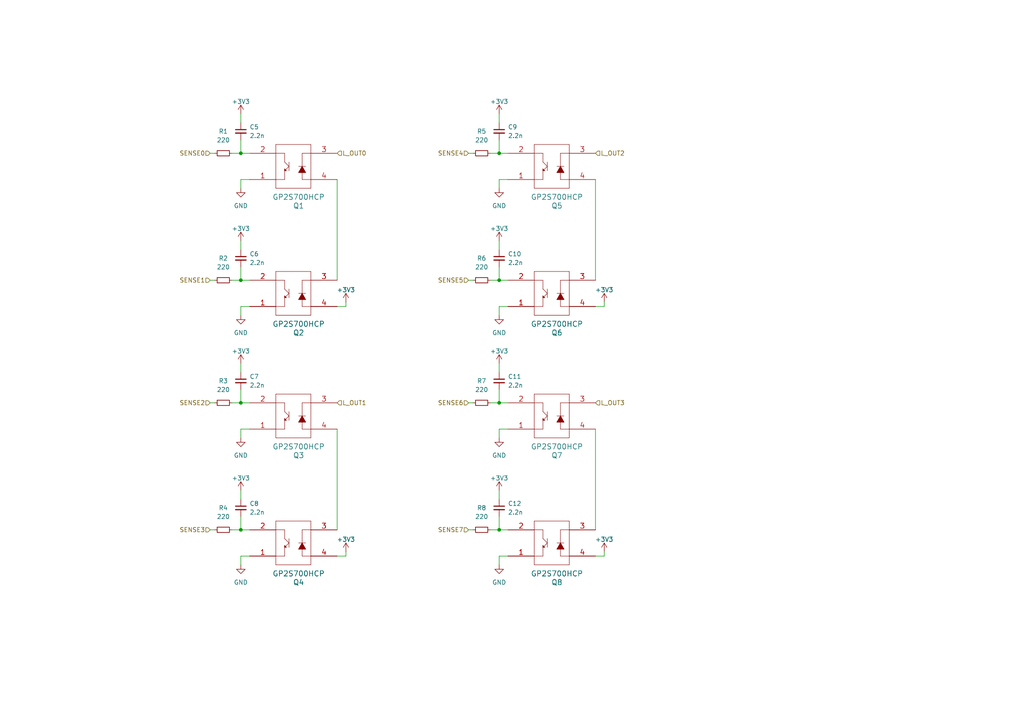
<source format=kicad_sch>
(kicad_sch (version 20211123) (generator eeschema)
  (paper "A4")
  (lib_symbols
    (symbol "Device:C_Small" (pin_numbers hide) (pin_names (offset 0.254) hide)
      (property "Reference" "C" (at 0.254 1.778 0))
      (property "Value" "C_Small" (at 0.254 -2.032 0))
      (symbol "C_Small_0_1"
        (polyline (pts (xy -1.524 -0.508) (xy 1.524 -0.508)) (stroke (width 0.3302)))
        (polyline (pts (xy -1.524 0.508) (xy 1.524 0.508)) (stroke (width 0.3048)))
      )
      (symbol "C_Small_1_1"
        (pin passive line (at 0 2.54 270) (length 2.032) (name "~") (number "1"))
        (pin passive line (at 0 -2.54 90) (length 2.032) (name "~") (number "2"))
      )
    )
    (symbol "Device:R_Small" (pin_numbers hide) (pin_names (offset 0.254) hide)
      (property "Reference" "R" (at 0.762 0.508 0))
      (property "Value" "R_Small" (at 0.762 -1.016 0))
      (symbol "R_Small_0_1"
        (rectangle (start -0.762 1.778) (end 0.762 -1.778) (stroke (width 0.2032)))
      )
      (symbol "R_Small_1_1"
        (pin passive line (at 0 2.54 270) (length 0.762) (name "~") (number "1"))
        (pin passive line (at 0 -2.54 90) (length 0.762) (name "~") (number "2"))
      )
    )
    (symbol "GP2S700HCP:GP2S700HCP" (pin_names (offset 0.254) hide)
      (property "Reference" "Q" (at 14.224 7.62 0))
      (property "Value" "GP2S700HCP" (at 14.224 5.08 0))
      (symbol "GP2S700HCP_1_1"
        (polyline (pts (xy 7.62 -10.16) (xy 17.78 -10.16)) (stroke (width 0.127)))
        (polyline (pts (xy 7.62 0) (xy 10.16 0)) (stroke (width 0.127)))
        (polyline (pts (xy 7.62 2.54) (xy 7.62 -10.16)) (stroke (width 0.127)))
        (polyline (pts (xy 10.16 -7.62) (xy 7.62 -7.62)) (stroke (width 0.127)))
        (polyline (pts (xy 10.16 -5.08) (xy 10.16 -7.62)) (stroke (width 0.127)))
        (polyline (pts (xy 10.16 -2.54) (xy 10.16 -3.048)) (stroke (width 0.127)))
        (polyline (pts (xy 10.16 -2.54) (xy 10.668 -2.54)) (stroke (width 0.127)))
        (polyline (pts (xy 10.16 0) (xy 10.16 -2.54)) (stroke (width 0.127)))
        (polyline (pts (xy 10.668 -2.54) (xy 10.16 -3.048)) (stroke (width 0.127)))
        (polyline (pts (xy 11.43 -3.81) (xy 10.16 -5.08)) (stroke (width 0.127)))
        (polyline (pts (xy 11.43 -3.81) (xy 10.16 -2.54)) (stroke (width 0.127)))
        (polyline (pts (xy 11.43 -2.54) (xy 11.43 -5.08)) (stroke (width 0.127)))
        (polyline (pts (xy 14.224 -3.81) (xy 16.256 -3.81)) (stroke (width 0.127)))
        (polyline (pts (xy 14.224 -2.032) (xy 15.24 -3.81)) (stroke (width 0.127)))
        (polyline (pts (xy 14.224 -2.032) (xy 16.256 -2.032)) (stroke (width 0.127)))
        (polyline (pts (xy 15.24 -7.62) (xy 17.78 -7.62)) (stroke (width 0.127)))
        (polyline (pts (xy 15.24 0) (xy 15.24 -7.62)) (stroke (width 0.127)))
        (polyline (pts (xy 16.256 -2.032) (xy 15.24 -3.81)) (stroke (width 0.127)))
        (polyline (pts (xy 17.78 -10.16) (xy 17.78 2.54)) (stroke (width 0.127)))
        (polyline (pts (xy 17.78 0) (xy 15.24 0)) (stroke (width 0.127)))
        (polyline (pts (xy 17.78 2.54) (xy 7.62 2.54)) (stroke (width 0.127)))
        (polyline (pts (xy 10.16 -3.048) (xy 10.16 -2.54) (xy 10.668 -2.54) (xy 10.16 -3.048)) (fill (type outline)))
        (polyline (pts (xy 14.224 -2.032) (xy 15.24 -3.81) (xy 16.256 -2.032) (xy 14.224 -2.032)) (fill (type outline)))
        (pin power_in line (at 0 0 0) (length 7.62) (name "1") (number "1"))
        (pin bidirectional line (at 0 -7.62 0) (length 7.62) (name "2") (number "2"))
        (pin output line (at 25.4 -7.62 180) (length 7.62) (name "3") (number "3"))
        (pin power_in line (at 25.4 0 180) (length 7.62) (name "4") (number "4"))
      )
    )
    (symbol "GP2S700HCP_1" (pin_names (offset 0.254) hide)
      (property "Reference" "Q" (at 14.224 7.62 0))
      (property "Value" "GP2S700HCP_1" (at 14.224 5.08 0))
      (symbol "GP2S700HCP_1_1_1"
        (polyline (pts (xy 7.62 -10.16) (xy 17.78 -10.16)) (stroke (width 0.127)))
        (polyline (pts (xy 7.62 0) (xy 10.16 0)) (stroke (width 0.127)))
        (polyline (pts (xy 7.62 2.54) (xy 7.62 -10.16)) (stroke (width 0.127)))
        (polyline (pts (xy 10.16 -7.62) (xy 7.62 -7.62)) (stroke (width 0.127)))
        (polyline (pts (xy 10.16 -5.08) (xy 10.16 -7.62)) (stroke (width 0.127)))
        (polyline (pts (xy 10.16 -2.54) (xy 10.16 -3.048)) (stroke (width 0.127)))
        (polyline (pts (xy 10.16 -2.54) (xy 10.668 -2.54)) (stroke (width 0.127)))
        (polyline (pts (xy 10.16 0) (xy 10.16 -2.54)) (stroke (width 0.127)))
        (polyline (pts (xy 10.668 -2.54) (xy 10.16 -3.048)) (stroke (width 0.127)))
        (polyline (pts (xy 11.43 -3.81) (xy 10.16 -5.08)) (stroke (width 0.127)))
        (polyline (pts (xy 11.43 -3.81) (xy 10.16 -2.54)) (stroke (width 0.127)))
        (polyline (pts (xy 11.43 -2.54) (xy 11.43 -5.08)) (stroke (width 0.127)))
        (polyline (pts (xy 14.224 -3.81) (xy 16.256 -3.81)) (stroke (width 0.127)))
        (polyline (pts (xy 14.224 -2.032) (xy 15.24 -3.81)) (stroke (width 0.127)))
        (polyline (pts (xy 14.224 -2.032) (xy 16.256 -2.032)) (stroke (width 0.127)))
        (polyline (pts (xy 15.24 -7.62) (xy 17.78 -7.62)) (stroke (width 0.127)))
        (polyline (pts (xy 15.24 0) (xy 15.24 -7.62)) (stroke (width 0.127)))
        (polyline (pts (xy 16.256 -2.032) (xy 15.24 -3.81)) (stroke (width 0.127)))
        (polyline (pts (xy 17.78 -10.16) (xy 17.78 2.54)) (stroke (width 0.127)))
        (polyline (pts (xy 17.78 0) (xy 15.24 0)) (stroke (width 0.127)))
        (polyline (pts (xy 17.78 2.54) (xy 7.62 2.54)) (stroke (width 0.127)))
        (polyline (pts (xy 10.16 -3.048) (xy 10.16 -2.54) (xy 10.668 -2.54) (xy 10.16 -3.048)) (fill (type outline)))
        (polyline (pts (xy 14.224 -2.032) (xy 15.24 -3.81) (xy 16.256 -2.032) (xy 14.224 -2.032)) (fill (type outline)))
        (pin power_in line (at 0 0 0) (length 7.62) (name "1") (number "1"))
        (pin bidirectional line (at 0 -7.62 0) (length 7.62) (name "2") (number "2"))
        (pin output line (at 25.4 -7.62 180) (length 7.62) (name "3") (number "3"))
        (pin power_in line (at 25.4 0 180) (length 7.62) (name "4") (number "4"))
      )
    )
    (symbol "GP2S700HCP_2" (pin_names (offset 0.254) hide)
      (property "Reference" "Q" (at 14.224 7.62 0))
      (property "Value" "GP2S700HCP_2" (at 14.224 5.08 0))
      (symbol "GP2S700HCP_2_1_1"
        (polyline (pts (xy 7.62 -10.16) (xy 17.78 -10.16)) (stroke (width 0.127)))
        (polyline (pts (xy 7.62 0) (xy 10.16 0)) (stroke (width 0.127)))
        (polyline (pts (xy 7.62 2.54) (xy 7.62 -10.16)) (stroke (width 0.127)))
        (polyline (pts (xy 10.16 -7.62) (xy 7.62 -7.62)) (stroke (width 0.127)))
        (polyline (pts (xy 10.16 -5.08) (xy 10.16 -7.62)) (stroke (width 0.127)))
        (polyline (pts (xy 10.16 -2.54) (xy 10.16 -3.048)) (stroke (width 0.127)))
        (polyline (pts (xy 10.16 -2.54) (xy 10.668 -2.54)) (stroke (width 0.127)))
        (polyline (pts (xy 10.16 0) (xy 10.16 -2.54)) (stroke (width 0.127)))
        (polyline (pts (xy 10.668 -2.54) (xy 10.16 -3.048)) (stroke (width 0.127)))
        (polyline (pts (xy 11.43 -3.81) (xy 10.16 -5.08)) (stroke (width 0.127)))
        (polyline (pts (xy 11.43 -3.81) (xy 10.16 -2.54)) (stroke (width 0.127)))
        (polyline (pts (xy 11.43 -2.54) (xy 11.43 -5.08)) (stroke (width 0.127)))
        (polyline (pts (xy 14.224 -3.81) (xy 16.256 -3.81)) (stroke (width 0.127)))
        (polyline (pts (xy 14.224 -2.032) (xy 15.24 -3.81)) (stroke (width 0.127)))
        (polyline (pts (xy 14.224 -2.032) (xy 16.256 -2.032)) (stroke (width 0.127)))
        (polyline (pts (xy 15.24 -7.62) (xy 17.78 -7.62)) (stroke (width 0.127)))
        (polyline (pts (xy 15.24 0) (xy 15.24 -7.62)) (stroke (width 0.127)))
        (polyline (pts (xy 16.256 -2.032) (xy 15.24 -3.81)) (stroke (width 0.127)))
        (polyline (pts (xy 17.78 -10.16) (xy 17.78 2.54)) (stroke (width 0.127)))
        (polyline (pts (xy 17.78 0) (xy 15.24 0)) (stroke (width 0.127)))
        (polyline (pts (xy 17.78 2.54) (xy 7.62 2.54)) (stroke (width 0.127)))
        (polyline (pts (xy 10.16 -3.048) (xy 10.16 -2.54) (xy 10.668 -2.54) (xy 10.16 -3.048)) (fill (type outline)))
        (polyline (pts (xy 14.224 -2.032) (xy 15.24 -3.81) (xy 16.256 -2.032) (xy 14.224 -2.032)) (fill (type outline)))
        (pin power_in line (at 0 0 0) (length 7.62) (name "1") (number "1"))
        (pin bidirectional line (at 0 -7.62 0) (length 7.62) (name "2") (number "2"))
        (pin output line (at 25.4 -7.62 180) (length 7.62) (name "3") (number "3"))
        (pin power_in line (at 25.4 0 180) (length 7.62) (name "4") (number "4"))
      )
    )
    (symbol "GP2S700HCP_3" (pin_names (offset 0.254) hide)
      (property "Reference" "Q" (at 14.224 7.62 0))
      (property "Value" "GP2S700HCP_3" (at 14.224 5.08 0))
      (symbol "GP2S700HCP_3_1_1"
        (polyline (pts (xy 7.62 -10.16) (xy 17.78 -10.16)) (stroke (width 0.127)))
        (polyline (pts (xy 7.62 0) (xy 10.16 0)) (stroke (width 0.127)))
        (polyline (pts (xy 7.62 2.54) (xy 7.62 -10.16)) (stroke (width 0.127)))
        (polyline (pts (xy 10.16 -7.62) (xy 7.62 -7.62)) (stroke (width 0.127)))
        (polyline (pts (xy 10.16 -5.08) (xy 10.16 -7.62)) (stroke (width 0.127)))
        (polyline (pts (xy 10.16 -2.54) (xy 10.16 -3.048)) (stroke (width 0.127)))
        (polyline (pts (xy 10.16 -2.54) (xy 10.668 -2.54)) (stroke (width 0.127)))
        (polyline (pts (xy 10.16 0) (xy 10.16 -2.54)) (stroke (width 0.127)))
        (polyline (pts (xy 10.668 -2.54) (xy 10.16 -3.048)) (stroke (width 0.127)))
        (polyline (pts (xy 11.43 -3.81) (xy 10.16 -5.08)) (stroke (width 0.127)))
        (polyline (pts (xy 11.43 -3.81) (xy 10.16 -2.54)) (stroke (width 0.127)))
        (polyline (pts (xy 11.43 -2.54) (xy 11.43 -5.08)) (stroke (width 0.127)))
        (polyline (pts (xy 14.224 -3.81) (xy 16.256 -3.81)) (stroke (width 0.127)))
        (polyline (pts (xy 14.224 -2.032) (xy 15.24 -3.81)) (stroke (width 0.127)))
        (polyline (pts (xy 14.224 -2.032) (xy 16.256 -2.032)) (stroke (width 0.127)))
        (polyline (pts (xy 15.24 -7.62) (xy 17.78 -7.62)) (stroke (width 0.127)))
        (polyline (pts (xy 15.24 0) (xy 15.24 -7.62)) (stroke (width 0.127)))
        (polyline (pts (xy 16.256 -2.032) (xy 15.24 -3.81)) (stroke (width 0.127)))
        (polyline (pts (xy 17.78 -10.16) (xy 17.78 2.54)) (stroke (width 0.127)))
        (polyline (pts (xy 17.78 0) (xy 15.24 0)) (stroke (width 0.127)))
        (polyline (pts (xy 17.78 2.54) (xy 7.62 2.54)) (stroke (width 0.127)))
        (polyline (pts (xy 10.16 -3.048) (xy 10.16 -2.54) (xy 10.668 -2.54) (xy 10.16 -3.048)) (fill (type outline)))
        (polyline (pts (xy 14.224 -2.032) (xy 15.24 -3.81) (xy 16.256 -2.032) (xy 14.224 -2.032)) (fill (type outline)))
        (pin power_in line (at 0 0 0) (length 7.62) (name "1") (number "1"))
        (pin bidirectional line (at 0 -7.62 0) (length 7.62) (name "2") (number "2"))
        (pin output line (at 25.4 -7.62 180) (length 7.62) (name "3") (number "3"))
        (pin power_in line (at 25.4 0 180) (length 7.62) (name "4") (number "4"))
      )
    )
    (symbol "GP2S700HCP_4" (pin_names (offset 0.254) hide)
      (property "Reference" "Q" (at 14.224 7.62 0))
      (property "Value" "GP2S700HCP_4" (at 14.224 5.08 0))
      (symbol "GP2S700HCP_4_1_1"
        (polyline (pts (xy 7.62 -10.16) (xy 17.78 -10.16)) (stroke (width 0.127)))
        (polyline (pts (xy 7.62 0) (xy 10.16 0)) (stroke (width 0.127)))
        (polyline (pts (xy 7.62 2.54) (xy 7.62 -10.16)) (stroke (width 0.127)))
        (polyline (pts (xy 10.16 -7.62) (xy 7.62 -7.62)) (stroke (width 0.127)))
        (polyline (pts (xy 10.16 -5.08) (xy 10.16 -7.62)) (stroke (width 0.127)))
        (polyline (pts (xy 10.16 -2.54) (xy 10.16 -3.048)) (stroke (width 0.127)))
        (polyline (pts (xy 10.16 -2.54) (xy 10.668 -2.54)) (stroke (width 0.127)))
        (polyline (pts (xy 10.16 0) (xy 10.16 -2.54)) (stroke (width 0.127)))
        (polyline (pts (xy 10.668 -2.54) (xy 10.16 -3.048)) (stroke (width 0.127)))
        (polyline (pts (xy 11.43 -3.81) (xy 10.16 -5.08)) (stroke (width 0.127)))
        (polyline (pts (xy 11.43 -3.81) (xy 10.16 -2.54)) (stroke (width 0.127)))
        (polyline (pts (xy 11.43 -2.54) (xy 11.43 -5.08)) (stroke (width 0.127)))
        (polyline (pts (xy 14.224 -3.81) (xy 16.256 -3.81)) (stroke (width 0.127)))
        (polyline (pts (xy 14.224 -2.032) (xy 15.24 -3.81)) (stroke (width 0.127)))
        (polyline (pts (xy 14.224 -2.032) (xy 16.256 -2.032)) (stroke (width 0.127)))
        (polyline (pts (xy 15.24 -7.62) (xy 17.78 -7.62)) (stroke (width 0.127)))
        (polyline (pts (xy 15.24 0) (xy 15.24 -7.62)) (stroke (width 0.127)))
        (polyline (pts (xy 16.256 -2.032) (xy 15.24 -3.81)) (stroke (width 0.127)))
        (polyline (pts (xy 17.78 -10.16) (xy 17.78 2.54)) (stroke (width 0.127)))
        (polyline (pts (xy 17.78 0) (xy 15.24 0)) (stroke (width 0.127)))
        (polyline (pts (xy 17.78 2.54) (xy 7.62 2.54)) (stroke (width 0.127)))
        (polyline (pts (xy 10.16 -3.048) (xy 10.16 -2.54) (xy 10.668 -2.54) (xy 10.16 -3.048)) (fill (type outline)))
        (polyline (pts (xy 14.224 -2.032) (xy 15.24 -3.81) (xy 16.256 -2.032) (xy 14.224 -2.032)) (fill (type outline)))
        (pin power_in line (at 0 0 0) (length 7.62) (name "1") (number "1"))
        (pin bidirectional line (at 0 -7.62 0) (length 7.62) (name "2") (number "2"))
        (pin output line (at 25.4 -7.62 180) (length 7.62) (name "3") (number "3"))
        (pin power_in line (at 25.4 0 180) (length 7.62) (name "4") (number "4"))
      )
    )
    (symbol "GP2S700HCP_5" (pin_names (offset 0.254) hide)
      (property "Reference" "Q" (at 14.224 7.62 0))
      (property "Value" "GP2S700HCP_5" (at 14.224 5.08 0))
      (symbol "GP2S700HCP_5_1_1"
        (polyline (pts (xy 7.62 -10.16) (xy 17.78 -10.16)) (stroke (width 0.127)))
        (polyline (pts (xy 7.62 0) (xy 10.16 0)) (stroke (width 0.127)))
        (polyline (pts (xy 7.62 2.54) (xy 7.62 -10.16)) (stroke (width 0.127)))
        (polyline (pts (xy 10.16 -7.62) (xy 7.62 -7.62)) (stroke (width 0.127)))
        (polyline (pts (xy 10.16 -5.08) (xy 10.16 -7.62)) (stroke (width 0.127)))
        (polyline (pts (xy 10.16 -2.54) (xy 10.16 -3.048)) (stroke (width 0.127)))
        (polyline (pts (xy 10.16 -2.54) (xy 10.668 -2.54)) (stroke (width 0.127)))
        (polyline (pts (xy 10.16 0) (xy 10.16 -2.54)) (stroke (width 0.127)))
        (polyline (pts (xy 10.668 -2.54) (xy 10.16 -3.048)) (stroke (width 0.127)))
        (polyline (pts (xy 11.43 -3.81) (xy 10.16 -5.08)) (stroke (width 0.127)))
        (polyline (pts (xy 11.43 -3.81) (xy 10.16 -2.54)) (stroke (width 0.127)))
        (polyline (pts (xy 11.43 -2.54) (xy 11.43 -5.08)) (stroke (width 0.127)))
        (polyline (pts (xy 14.224 -3.81) (xy 16.256 -3.81)) (stroke (width 0.127)))
        (polyline (pts (xy 14.224 -2.032) (xy 15.24 -3.81)) (stroke (width 0.127)))
        (polyline (pts (xy 14.224 -2.032) (xy 16.256 -2.032)) (stroke (width 0.127)))
        (polyline (pts (xy 15.24 -7.62) (xy 17.78 -7.62)) (stroke (width 0.127)))
        (polyline (pts (xy 15.24 0) (xy 15.24 -7.62)) (stroke (width 0.127)))
        (polyline (pts (xy 16.256 -2.032) (xy 15.24 -3.81)) (stroke (width 0.127)))
        (polyline (pts (xy 17.78 -10.16) (xy 17.78 2.54)) (stroke (width 0.127)))
        (polyline (pts (xy 17.78 0) (xy 15.24 0)) (stroke (width 0.127)))
        (polyline (pts (xy 17.78 2.54) (xy 7.62 2.54)) (stroke (width 0.127)))
        (polyline (pts (xy 10.16 -3.048) (xy 10.16 -2.54) (xy 10.668 -2.54) (xy 10.16 -3.048)) (fill (type outline)))
        (polyline (pts (xy 14.224 -2.032) (xy 15.24 -3.81) (xy 16.256 -2.032) (xy 14.224 -2.032)) (fill (type outline)))
        (pin power_in line (at 0 0 0) (length 7.62) (name "1") (number "1"))
        (pin bidirectional line (at 0 -7.62 0) (length 7.62) (name "2") (number "2"))
        (pin output line (at 25.4 -7.62 180) (length 7.62) (name "3") (number "3"))
        (pin power_in line (at 25.4 0 180) (length 7.62) (name "4") (number "4"))
      )
    )
    (symbol "GP2S700HCP_6" (pin_names (offset 0.254) hide)
      (property "Reference" "Q" (at 14.224 7.62 0))
      (property "Value" "GP2S700HCP_6" (at 14.224 5.08 0))
      (symbol "GP2S700HCP_6_1_1"
        (polyline (pts (xy 7.62 -10.16) (xy 17.78 -10.16)) (stroke (width 0.127)))
        (polyline (pts (xy 7.62 0) (xy 10.16 0)) (stroke (width 0.127)))
        (polyline (pts (xy 7.62 2.54) (xy 7.62 -10.16)) (stroke (width 0.127)))
        (polyline (pts (xy 10.16 -7.62) (xy 7.62 -7.62)) (stroke (width 0.127)))
        (polyline (pts (xy 10.16 -5.08) (xy 10.16 -7.62)) (stroke (width 0.127)))
        (polyline (pts (xy 10.16 -2.54) (xy 10.16 -3.048)) (stroke (width 0.127)))
        (polyline (pts (xy 10.16 -2.54) (xy 10.668 -2.54)) (stroke (width 0.127)))
        (polyline (pts (xy 10.16 0) (xy 10.16 -2.54)) (stroke (width 0.127)))
        (polyline (pts (xy 10.668 -2.54) (xy 10.16 -3.048)) (stroke (width 0.127)))
        (polyline (pts (xy 11.43 -3.81) (xy 10.16 -5.08)) (stroke (width 0.127)))
        (polyline (pts (xy 11.43 -3.81) (xy 10.16 -2.54)) (stroke (width 0.127)))
        (polyline (pts (xy 11.43 -2.54) (xy 11.43 -5.08)) (stroke (width 0.127)))
        (polyline (pts (xy 14.224 -3.81) (xy 16.256 -3.81)) (stroke (width 0.127)))
        (polyline (pts (xy 14.224 -2.032) (xy 15.24 -3.81)) (stroke (width 0.127)))
        (polyline (pts (xy 14.224 -2.032) (xy 16.256 -2.032)) (stroke (width 0.127)))
        (polyline (pts (xy 15.24 -7.62) (xy 17.78 -7.62)) (stroke (width 0.127)))
        (polyline (pts (xy 15.24 0) (xy 15.24 -7.62)) (stroke (width 0.127)))
        (polyline (pts (xy 16.256 -2.032) (xy 15.24 -3.81)) (stroke (width 0.127)))
        (polyline (pts (xy 17.78 -10.16) (xy 17.78 2.54)) (stroke (width 0.127)))
        (polyline (pts (xy 17.78 0) (xy 15.24 0)) (stroke (width 0.127)))
        (polyline (pts (xy 17.78 2.54) (xy 7.62 2.54)) (stroke (width 0.127)))
        (polyline (pts (xy 10.16 -3.048) (xy 10.16 -2.54) (xy 10.668 -2.54) (xy 10.16 -3.048)) (fill (type outline)))
        (polyline (pts (xy 14.224 -2.032) (xy 15.24 -3.81) (xy 16.256 -2.032) (xy 14.224 -2.032)) (fill (type outline)))
        (pin power_in line (at 0 0 0) (length 7.62) (name "1") (number "1"))
        (pin bidirectional line (at 0 -7.62 0) (length 7.62) (name "2") (number "2"))
        (pin output line (at 25.4 -7.62 180) (length 7.62) (name "3") (number "3"))
        (pin power_in line (at 25.4 0 180) (length 7.62) (name "4") (number "4"))
      )
    )
    (symbol "GP2S700HCP_7" (pin_names (offset 0.254) hide)
      (property "Reference" "Q" (at 14.224 7.62 0))
      (property "Value" "GP2S700HCP_7" (at 14.224 5.08 0))
      (symbol "GP2S700HCP_7_1_1"
        (polyline (pts (xy 7.62 -10.16) (xy 17.78 -10.16)) (stroke (width 0.127)))
        (polyline (pts (xy 7.62 0) (xy 10.16 0)) (stroke (width 0.127)))
        (polyline (pts (xy 7.62 2.54) (xy 7.62 -10.16)) (stroke (width 0.127)))
        (polyline (pts (xy 10.16 -7.62) (xy 7.62 -7.62)) (stroke (width 0.127)))
        (polyline (pts (xy 10.16 -5.08) (xy 10.16 -7.62)) (stroke (width 0.127)))
        (polyline (pts (xy 10.16 -2.54) (xy 10.16 -3.048)) (stroke (width 0.127)))
        (polyline (pts (xy 10.16 -2.54) (xy 10.668 -2.54)) (stroke (width 0.127)))
        (polyline (pts (xy 10.16 0) (xy 10.16 -2.54)) (stroke (width 0.127)))
        (polyline (pts (xy 10.668 -2.54) (xy 10.16 -3.048)) (stroke (width 0.127)))
        (polyline (pts (xy 11.43 -3.81) (xy 10.16 -5.08)) (stroke (width 0.127)))
        (polyline (pts (xy 11.43 -3.81) (xy 10.16 -2.54)) (stroke (width 0.127)))
        (polyline (pts (xy 11.43 -2.54) (xy 11.43 -5.08)) (stroke (width 0.127)))
        (polyline (pts (xy 14.224 -3.81) (xy 16.256 -3.81)) (stroke (width 0.127)))
        (polyline (pts (xy 14.224 -2.032) (xy 15.24 -3.81)) (stroke (width 0.127)))
        (polyline (pts (xy 14.224 -2.032) (xy 16.256 -2.032)) (stroke (width 0.127)))
        (polyline (pts (xy 15.24 -7.62) (xy 17.78 -7.62)) (stroke (width 0.127)))
        (polyline (pts (xy 15.24 0) (xy 15.24 -7.62)) (stroke (width 0.127)))
        (polyline (pts (xy 16.256 -2.032) (xy 15.24 -3.81)) (stroke (width 0.127)))
        (polyline (pts (xy 17.78 -10.16) (xy 17.78 2.54)) (stroke (width 0.127)))
        (polyline (pts (xy 17.78 0) (xy 15.24 0)) (stroke (width 0.127)))
        (polyline (pts (xy 17.78 2.54) (xy 7.62 2.54)) (stroke (width 0.127)))
        (polyline (pts (xy 10.16 -3.048) (xy 10.16 -2.54) (xy 10.668 -2.54) (xy 10.16 -3.048)) (fill (type outline)))
        (polyline (pts (xy 14.224 -2.032) (xy 15.24 -3.81) (xy 16.256 -2.032) (xy 14.224 -2.032)) (fill (type outline)))
        (pin power_in line (at 0 0 0) (length 7.62) (name "1") (number "1"))
        (pin bidirectional line (at 0 -7.62 0) (length 7.62) (name "2") (number "2"))
        (pin output line (at 25.4 -7.62 180) (length 7.62) (name "3") (number "3"))
        (pin power_in line (at 25.4 0 180) (length 7.62) (name "4") (number "4"))
      )
    )
    (symbol "power:+3V3" (power) (pin_names (offset 0))
      (property "Value" "+3V3" (at 0 3.556 0))
      (symbol "+3V3_0_1"
        (polyline (pts (xy -0.762 1.27) (xy 0 2.54)))
        (polyline (pts (xy 0 0) (xy 0 2.54)))
        (polyline (pts (xy 0 2.54) (xy 0.762 1.27)))
      )
      (symbol "+3V3_1_1"
        (pin power_in line (at 0 0 90) (length 0) hide (name "+3V3") (number "1"))
      )
    )
    (symbol "power:GND" (power) (pin_names (offset 0))
      (property "Value" "GND" (at 0 -3.81 0))
      (symbol "GND_0_1"
        (polyline (pts (xy 0 0) (xy 0 -1.27) (xy 1.27 -1.27) (xy 0 -2.54) (xy -1.27 -1.27) (xy 0 -1.27)))
      )
      (symbol "GND_1_1"
        (pin power_in line (at 0 0 270) (length 0) hide (name "GND") (number "1"))
      )
    )
  )
  (junction (at 69.85 44.45))
  (junction (at 144.78 44.45))
  (junction (at 69.85 153.67))
  (junction (at 144.78 116.84))
  (junction (at 144.78 153.67))
  (junction (at 69.85 116.84))
  (junction (at 69.85 81.28))
  (junction (at 144.78 81.28))
  (wire (pts (xy 144.78 33.02) (xy 144.78 35.56)))
  (wire (pts (xy 144.78 153.67) (xy 147.32 153.67)))
  (wire (pts (xy 144.78 116.84) (xy 147.32 116.84)))
  (wire (pts (xy 175.26 161.29) (xy 172.72 161.29)))
  (wire (pts (xy 69.85 116.84) (xy 72.39 116.84)))
  (wire (pts (xy 67.31 81.28) (xy 69.85 81.28)))
  (wire (pts (xy 69.85 161.29) (xy 69.85 163.83)))
  (wire (pts (xy 72.39 52.07) (xy 69.85 52.07)))
  (wire (pts (xy 69.85 124.46) (xy 69.85 127)))
  (wire (pts (xy 67.31 44.45) (xy 69.85 44.45)))
  (wire (pts (xy 147.32 124.46) (xy 144.78 124.46)))
  (wire (pts (xy 135.89 81.28) (xy 137.16 81.28)))
  (wire (pts (xy 69.85 105.41) (xy 69.85 107.95)))
  (wire (pts (xy 69.85 149.86) (xy 69.85 153.67)))
  (wire (pts (xy 147.32 161.29) (xy 144.78 161.29)))
  (wire (pts (xy 72.39 124.46) (xy 69.85 124.46)))
  (wire (pts (xy 67.31 153.67) (xy 69.85 153.67)))
  (wire (pts (xy 147.32 88.9) (xy 144.78 88.9)))
  (wire (pts (xy 144.78 77.47) (xy 144.78 81.28)))
  (wire (pts (xy 69.85 142.24) (xy 69.85 144.78)))
  (wire (pts (xy 60.96 81.28) (xy 62.23 81.28)))
  (wire (pts (xy 144.78 124.46) (xy 144.78 127)))
  (wire (pts (xy 69.85 40.64) (xy 69.85 44.45)))
  (wire (pts (xy 100.33 160.02) (xy 100.33 161.29)))
  (wire (pts (xy 69.85 52.07) (xy 69.85 54.61)))
  (wire (pts (xy 144.78 149.86) (xy 144.78 153.67)))
  (wire (pts (xy 67.31 116.84) (xy 69.85 116.84)))
  (wire (pts (xy 147.32 52.07) (xy 144.78 52.07)))
  (wire (pts (xy 142.24 44.45) (xy 144.78 44.45)))
  (wire (pts (xy 69.85 44.45) (xy 72.39 44.45)))
  (wire (pts (xy 100.33 161.29) (xy 97.79 161.29)))
  (wire (pts (xy 100.33 87.63) (xy 100.33 88.9)))
  (wire (pts (xy 144.78 69.85) (xy 144.78 72.39)))
  (wire (pts (xy 60.96 44.45) (xy 62.23 44.45)))
  (wire (pts (xy 144.78 113.03) (xy 144.78 116.84)))
  (wire (pts (xy 72.39 88.9) (xy 69.85 88.9)))
  (wire (pts (xy 144.78 88.9) (xy 144.78 91.44)))
  (wire (pts (xy 144.78 52.07) (xy 144.78 54.61)))
  (wire (pts (xy 69.85 88.9) (xy 69.85 91.44)))
  (wire (pts (xy 135.89 116.84) (xy 137.16 116.84)))
  (wire (pts (xy 172.72 124.46) (xy 172.72 153.67)))
  (wire (pts (xy 69.85 69.85) (xy 69.85 72.39)))
  (wire (pts (xy 69.85 33.02) (xy 69.85 35.56)))
  (wire (pts (xy 100.33 88.9) (xy 97.79 88.9)))
  (wire (pts (xy 144.78 40.64) (xy 144.78 44.45)))
  (wire (pts (xy 69.85 113.03) (xy 69.85 116.84)))
  (wire (pts (xy 97.79 52.07) (xy 97.79 81.28)))
  (wire (pts (xy 69.85 77.47) (xy 69.85 81.28)))
  (wire (pts (xy 144.78 81.28) (xy 147.32 81.28)))
  (wire (pts (xy 144.78 161.29) (xy 144.78 163.83)))
  (wire (pts (xy 60.96 153.67) (xy 62.23 153.67)))
  (wire (pts (xy 97.79 124.46) (xy 97.79 153.67)))
  (wire (pts (xy 60.96 116.84) (xy 62.23 116.84)))
  (wire (pts (xy 72.39 161.29) (xy 69.85 161.29)))
  (wire (pts (xy 135.89 44.45) (xy 137.16 44.45)))
  (wire (pts (xy 135.89 153.67) (xy 137.16 153.67)))
  (wire (pts (xy 144.78 105.41) (xy 144.78 107.95)))
  (wire (pts (xy 144.78 44.45) (xy 147.32 44.45)))
  (wire (pts (xy 142.24 81.28) (xy 144.78 81.28)))
  (wire (pts (xy 175.26 88.9) (xy 172.72 88.9)))
  (wire (pts (xy 172.72 52.07) (xy 172.72 81.28)))
  (wire (pts (xy 69.85 81.28) (xy 72.39 81.28)))
  (wire (pts (xy 144.78 142.24) (xy 144.78 144.78)))
  (wire (pts (xy 69.85 153.67) (xy 72.39 153.67)))
  (wire (pts (xy 175.26 160.02) (xy 175.26 161.29)))
  (wire (pts (xy 175.26 87.63) (xy 175.26 88.9)))
  (wire (pts (xy 142.24 153.67) (xy 144.78 153.67)))
  (wire (pts (xy 142.24 116.84) (xy 144.78 116.84)))
  (hierarchical_label "SENSE2" (shape input) (at 60.96 116.84 180))
  (hierarchical_label "L_OUT1" (shape input) (at 97.79 116.84 0))
  (hierarchical_label "SENSE5" (shape input) (at 135.89 81.28 180))
  (hierarchical_label "SENSE7" (shape input) (at 135.89 153.67 180))
  (hierarchical_label "L_OUT3" (shape input) (at 172.72 116.84 0))
  (hierarchical_label "SENSE6" (shape input) (at 135.89 116.84 180))
  (hierarchical_label "SENSE4" (shape input) (at 135.89 44.45 180))
  (hierarchical_label "SENSE3" (shape input) (at 60.96 153.67 180))
  (hierarchical_label "SENSE1" (shape input) (at 60.96 81.28 180))
  (hierarchical_label "L_OUT0" (shape input) (at 97.79 44.45 0))
  (hierarchical_label "SENSE0" (shape input) (at 60.96 44.45 180))
  (hierarchical_label "L_OUT2" (shape input) (at 172.72 44.45 0))
  (symbol (lib_id "power:+3V3") (at 69.85 69.85 0) (unit 1)
    (property "Reference" "#PWR0126" (effects hide))
    (property "Value" "+3V3" (at 69.85 66.294 0))
  )
  (symbol (lib_id "Device:R_Small") (at 139.7 81.28 90) (unit 1)
    (property "Reference" "R6" (at 139.7 74.93 90))
    (property "Value" "220" (at 139.7 77.47 90))
    (property "Footprint" "Resistor_SMD:R_0805_2012Metric_Pad1.20x1.40mm_HandSolder" (effects hide))
  )
  (symbol (lib_id "power:+3V3") (at 175.26 87.63 0) (unit 1)
    (property "Reference" "#PWR0133" (effects hide))
    (property "Value" "+3V3" (at 175.26 84.074 0))
  )
  (symbol (lib_id "power:+3V3") (at 144.78 142.24 0) (unit 1)
    (property "Reference" "#PWR0138" (effects hide))
    (property "Value" "+3V3" (at 144.78 138.684 0))
  )
  (symbol (lib_id "power:+3V3") (at 100.33 160.02 0) (unit 1)
    (property "Reference" "#PWR0120" (effects hide))
    (property "Value" "+3V3" (at 100.33 156.464 0))
  )
  (symbol (lib_id "Device:R_Small") (at 139.7 44.45 90) (unit 1)
    (property "Reference" "R5" (at 139.7 38.1 90))
    (property "Value" "220" (at 139.7 40.64 90))
    (property "Footprint" "Resistor_SMD:R_0805_2012Metric_Pad1.20x1.40mm_HandSolder" (effects hide))
  )
  (symbol (lib_id "power:GND") (at 144.78 91.44 0) (unit 1)
    (property "Reference" "#PWR0129" (effects hide))
    (property "Value" "GND" (at 144.78 96.52 0))
  )
  (symbol (lib_id "Device:R_Small") (at 64.77 81.28 90) (unit 1)
    (property "Reference" "R2" (at 64.77 74.93 90))
    (property "Value" "220" (at 64.77 77.47 90))
    (property "Footprint" "Resistor_SMD:R_0805_2012Metric_Pad1.20x1.40mm_HandSolder" (effects hide))
  )
  (symbol (lib_id "power:GND") (at 69.85 54.61 0) (unit 1)
    (property "Reference" "#PWR0116" (effects hide))
    (property "Value" "GND" (at 69.85 59.69 0))
  )
  (symbol (lib_id "power:GND") (at 69.85 127 0) (unit 1)
    (property "Reference" "#PWR0123" (effects hide))
    (property "Value" "GND" (at 69.85 132.08 0))
  )
  (symbol (lib_name "GP2S700HCP_5") (lib_id "GP2S700HCP:GP2S700HCP") (at 147.32 88.9 0) (mirror x) (unit 1)
    (property "Reference" "Q6" (at 161.544 96.52 0) (effects (font (size 1.524 1.524))))
    (property "Value" "GP2S700HCP" (at 161.544 93.98 0) (effects (font (size 1.524 1.524))))
    (property "Footprint" "footprints:GP2S700HCP" (effects hide))
    (property "Datasheet" "https://nl.farnell.com/sharp/gp2s700hcp/photointerrupter/dp/1618426" (effects hide))
  )
  (symbol (lib_id "Device:C_Small") (at 144.78 38.1 0) (unit 1)
    (property "Reference" "C9" (at 147.32 36.8362 0) (effects (justify left)))
    (property "Value" "2.2n" (at 147.32 39.3762 0) (effects (justify left)))
    (property "Footprint" "Capacitor_SMD:C_0805_2012Metric_Pad1.18x1.45mm_HandSolder" (effects hide))
  )
  (symbol (lib_id "power:+3V3") (at 144.78 69.85 0) (unit 1)
    (property "Reference" "#PWR0136" (effects hide))
    (property "Value" "+3V3" (at 144.78 66.294 0))
  )
  (symbol (lib_id "power:+3V3") (at 100.33 87.63 0) (unit 1)
    (property "Reference" "#PWR0124" (effects hide))
    (property "Value" "+3V3" (at 100.33 84.074 0))
  )
  (symbol (lib_name "GP2S700HCP_2") (lib_id "GP2S700HCP:GP2S700HCP") (at 72.39 124.46 0) (mirror x) (unit 1)
    (property "Reference" "Q3" (at 86.614 132.08 0) (effects (font (size 1.524 1.524))))
    (property "Value" "GP2S700HCP" (at 86.614 129.54 0) (effects (font (size 1.524 1.524))))
    (property "Footprint" "footprints:GP2S700HCP" (effects hide))
    (property "Datasheet" "https://nl.farnell.com/sharp/gp2s700hcp/photointerrupter/dp/1618426" (effects hide))
  )
  (symbol (lib_id "Device:C_Small") (at 144.78 74.93 0) (unit 1)
    (property "Reference" "C10" (at 147.32 73.6662 0) (effects (justify left)))
    (property "Value" "2.2n" (at 147.32 76.2062 0) (effects (justify left)))
    (property "Footprint" "Capacitor_SMD:C_0805_2012Metric_Pad1.18x1.45mm_HandSolder" (effects hide))
  )
  (symbol (lib_id "Device:C_Small") (at 69.85 74.93 0) (unit 1)
    (property "Reference" "C6" (at 72.39 73.6662 0) (effects (justify left)))
    (property "Value" "2.2n" (at 72.39 76.2062 0) (effects (justify left)))
    (property "Footprint" "Capacitor_SMD:C_0805_2012Metric_Pad1.18x1.45mm_HandSolder" (effects hide))
  )
  (symbol (lib_id "power:GND") (at 69.85 91.44 0) (unit 1)
    (property "Reference" "#PWR0117" (effects hide))
    (property "Value" "GND" (at 69.85 96.52 0))
  )
  (symbol (lib_name "GP2S700HCP_3") (lib_id "GP2S700HCP:GP2S700HCP") (at 72.39 161.29 0) (mirror x) (unit 1)
    (property "Reference" "Q4" (at 86.614 168.91 0) (effects (font (size 1.524 1.524))))
    (property "Value" "GP2S700HCP" (at 86.614 166.37 0) (effects (font (size 1.524 1.524))))
    (property "Footprint" "footprints:GP2S700HCP" (effects hide))
    (property "Datasheet" "https://nl.farnell.com/sharp/gp2s700hcp/photointerrupter/dp/1618426" (effects hide))
  )
  (symbol (lib_id "Device:C_Small") (at 144.78 147.32 0) (unit 1)
    (property "Reference" "C12" (at 147.32 146.0562 0) (effects (justify left)))
    (property "Value" "2.2n" (at 147.32 148.5962 0) (effects (justify left)))
    (property "Footprint" "Capacitor_SMD:C_0805_2012Metric_Pad1.18x1.45mm_HandSolder" (effects hide))
  )
  (symbol (lib_id "power:+3V3") (at 175.26 160.02 0) (unit 1)
    (property "Reference" "#PWR0137" (effects hide))
    (property "Value" "+3V3" (at 175.26 156.464 0))
  )
  (symbol (lib_id "Device:R_Small") (at 139.7 116.84 90) (unit 1)
    (property "Reference" "R7" (at 139.7 110.49 90))
    (property "Value" "220" (at 139.7 113.03 90))
    (property "Footprint" "Resistor_SMD:R_0805_2012Metric_Pad1.20x1.40mm_HandSolder" (effects hide))
  )
  (symbol (lib_id "Device:C_Small") (at 69.85 110.49 0) (unit 1)
    (property "Reference" "C7" (at 72.39 109.2262 0) (effects (justify left)))
    (property "Value" "2.2n" (at 72.39 111.7662 0) (effects (justify left)))
    (property "Footprint" "Capacitor_SMD:C_0805_2012Metric_Pad1.18x1.45mm_HandSolder" (effects hide))
  )
  (symbol (lib_id "power:GND") (at 144.78 127 0) (unit 1)
    (property "Reference" "#PWR0134" (effects hide))
    (property "Value" "GND" (at 144.78 132.08 0))
  )
  (symbol (lib_id "power:+3V3") (at 69.85 142.24 0) (unit 1)
    (property "Reference" "#PWR0118" (effects hide))
    (property "Value" "+3V3" (at 69.85 138.684 0))
  )
  (symbol (lib_id "power:+3V3") (at 69.85 105.41 0) (unit 1)
    (property "Reference" "#PWR0122" (effects hide))
    (property "Value" "+3V3" (at 69.85 101.854 0))
  )
  (symbol (lib_id "GP2S700HCP:GP2S700HCP") (at 147.32 52.07 0) (mirror x) (unit 1)
    (property "Reference" "Q5" (at 161.544 59.69 0) (effects (font (size 1.524 1.524))))
    (property "Value" "GP2S700HCP" (at 161.544 57.15 0) (effects (font (size 1.524 1.524))))
    (property "Footprint" "footprints:GP2S700HCP" (effects hide))
    (property "Datasheet" "https://nl.farnell.com/sharp/gp2s700hcp/photointerrupter/dp/1618426" (effects hide))
  )
  (symbol (lib_id "Device:R_Small") (at 64.77 44.45 90) (unit 1)
    (property "Reference" "R1" (at 64.77 38.1 90))
    (property "Value" "220" (at 64.77 40.64 90))
    (property "Footprint" "Resistor_SMD:R_0805_2012Metric_Pad1.20x1.40mm_HandSolder" (effects hide))
  )
  (symbol (lib_id "power:+3V3") (at 144.78 105.41 0) (unit 1)
    (property "Reference" "#PWR0135" (effects hide))
    (property "Value" "+3V3" (at 144.78 101.854 0))
  )
  (symbol (lib_id "power:GND") (at 144.78 54.61 0) (unit 1)
    (property "Reference" "#PWR0127" (effects hide))
    (property "Value" "GND" (at 144.78 59.69 0))
  )
  (symbol (lib_id "Device:R_Small") (at 64.77 153.67 90) (unit 1)
    (property "Reference" "R4" (at 64.77 147.32 90))
    (property "Value" "220" (at 64.77 149.86 90))
    (property "Footprint" "Resistor_SMD:R_0805_2012Metric_Pad1.20x1.40mm_HandSolder" (effects hide))
  )
  (symbol (lib_name "GP2S700HCP_1") (lib_id "GP2S700HCP:GP2S700HCP") (at 147.32 124.46 0) (mirror x) (unit 1)
    (property "Reference" "Q7" (at 161.544 132.08 0) (effects (font (size 1.524 1.524))))
    (property "Value" "GP2S700HCP" (at 161.544 129.54 0) (effects (font (size 1.524 1.524))))
    (property "Footprint" "footprints:GP2S700HCP" (effects hide))
    (property "Datasheet" "https://nl.farnell.com/sharp/gp2s700hcp/photointerrupter/dp/1618426" (effects hide))
  )
  (symbol (lib_id "power:GND") (at 144.78 163.83 0) (unit 1)
    (property "Reference" "#PWR0132" (effects hide))
    (property "Value" "GND" (at 144.78 168.91 0))
  )
  (symbol (lib_name "GP2S700HCP_6") (lib_id "GP2S700HCP:GP2S700HCP") (at 72.39 52.07 0) (mirror x) (unit 1)
    (property "Reference" "Q1" (at 86.614 59.69 0) (effects (font (size 1.524 1.524))))
    (property "Value" "GP2S700HCP" (at 86.614 57.15 0) (effects (font (size 1.524 1.524))))
    (property "Footprint" "footprints:GP2S700HCP" (effects hide))
    (property "Datasheet" "https://nl.farnell.com/sharp/gp2s700hcp/photointerrupter/dp/1618426" (effects hide))
  )
  (symbol (lib_name "GP2S700HCP_4") (lib_id "GP2S700HCP:GP2S700HCP") (at 147.32 161.29 0) (mirror x) (unit 1)
    (property "Reference" "Q8" (at 161.544 168.91 0) (effects (font (size 1.524 1.524))))
    (property "Value" "GP2S700HCP" (at 161.544 166.37 0) (effects (font (size 1.524 1.524))))
    (property "Footprint" "footprints:GP2S700HCP" (effects hide))
    (property "Datasheet" "https://nl.farnell.com/sharp/gp2s700hcp/photointerrupter/dp/1618426" (effects hide))
  )
  (symbol (lib_name "GP2S700HCP_7") (lib_id "GP2S700HCP:GP2S700HCP") (at 72.39 88.9 0) (mirror x) (unit 1)
    (property "Reference" "Q2" (at 86.614 96.52 0) (effects (font (size 1.524 1.524))))
    (property "Value" "GP2S700HCP" (at 86.614 93.98 0) (effects (font (size 1.524 1.524))))
    (property "Footprint" "footprints:GP2S700HCP" (effects hide))
    (property "Datasheet" "https://nl.farnell.com/sharp/gp2s700hcp/photointerrupter/dp/1618426" (effects hide))
  )
  (symbol (lib_id "Device:C_Small") (at 69.85 147.32 0) (unit 1)
    (property "Reference" "C8" (at 72.39 146.0562 0) (effects (justify left)))
    (property "Value" "2.2n" (at 72.39 148.5962 0) (effects (justify left)))
    (property "Footprint" "Capacitor_SMD:C_0805_2012Metric_Pad1.18x1.45mm_HandSolder" (effects hide))
  )
  (symbol (lib_id "Device:C_Small") (at 144.78 110.49 0) (unit 1)
    (property "Reference" "C11" (at 147.32 109.2262 0) (effects (justify left)))
    (property "Value" "2.2n" (at 147.32 111.7662 0) (effects (justify left)))
    (property "Footprint" "Capacitor_SMD:C_0805_2012Metric_Pad1.18x1.45mm_HandSolder" (effects hide))
  )
  (symbol (lib_id "power:+3V3") (at 144.78 33.02 0) (unit 1)
    (property "Reference" "#PWR0130" (effects hide))
    (property "Value" "+3V3" (at 144.78 29.464 0))
  )
  (symbol (lib_id "Device:R_Small") (at 64.77 116.84 90) (unit 1)
    (property "Reference" "R3" (at 64.77 110.49 90))
    (property "Value" "220" (at 64.77 113.03 90))
    (property "Footprint" "Resistor_SMD:R_0805_2012Metric_Pad1.20x1.40mm_HandSolder" (effects hide))
  )
  (symbol (lib_id "power:GND") (at 69.85 163.83 0) (unit 1)
    (property "Reference" "#PWR0121" (effects hide))
    (property "Value" "GND" (at 69.85 168.91 0))
  )
  (symbol (lib_id "power:+3V3") (at 69.85 33.02 0) (unit 1)
    (property "Reference" "#PWR0128" (effects hide))
    (property "Value" "+3V3" (at 69.85 29.464 0))
  )
  (symbol (lib_id "Device:C_Small") (at 69.85 38.1 0) (unit 1)
    (property "Reference" "C5" (at 72.39 36.8362 0) (effects (justify left)))
    (property "Value" "2.2n" (at 72.39 39.3762 0) (effects (justify left)))
    (property "Footprint" "Capacitor_SMD:C_0805_2012Metric_Pad1.18x1.45mm_HandSolder" (effects hide))
  )
  (symbol (lib_id "Device:R_Small") (at 139.7 153.67 90) (unit 1)
    (property "Reference" "R8" (at 139.7 147.32 90))
    (property "Value" "220" (at 139.7 149.86 90))
    (property "Footprint" "Resistor_SMD:R_0805_2012Metric_Pad1.20x1.40mm_HandSolder" (effects hide))
  )
)
</source>
